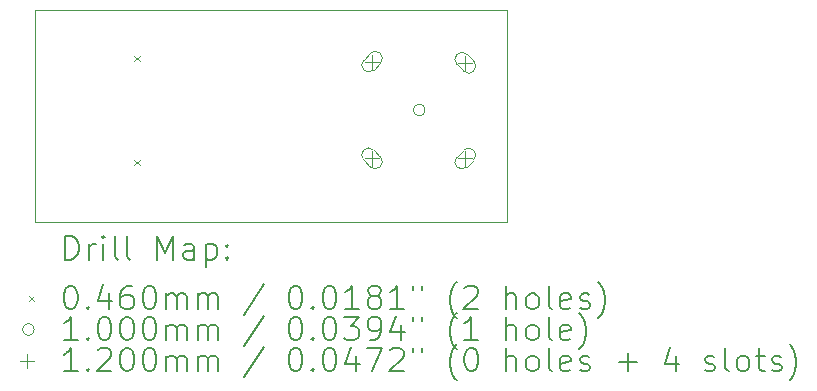
<source format=gbr>
%TF.GenerationSoftware,KiCad,Pcbnew,8.0.3*%
%TF.CreationDate,2024-07-19T13:19:13+02:00*%
%TF.ProjectId,Konwerter_impendancji.kicad_3_pcb,4b6f6e77-6572-4746-9572-5f696d70656e,rev?*%
%TF.SameCoordinates,Original*%
%TF.FileFunction,Drillmap*%
%TF.FilePolarity,Positive*%
%FSLAX45Y45*%
G04 Gerber Fmt 4.5, Leading zero omitted, Abs format (unit mm)*
G04 Created by KiCad (PCBNEW 8.0.3) date 2024-07-19 13:19:13*
%MOMM*%
%LPD*%
G01*
G04 APERTURE LIST*
%ADD10C,0.100000*%
%ADD11C,0.200000*%
%ADD12C,0.120000*%
G04 APERTURE END LIST*
D10*
X10194000Y-9627000D02*
X14194000Y-9627000D01*
X14194000Y-11427000D01*
X10194000Y-11427000D01*
X10194000Y-9627000D01*
D11*
D10*
X11037000Y-10020750D02*
X11083000Y-10066750D01*
X11083000Y-10020750D02*
X11037000Y-10066750D01*
X11037000Y-10896750D02*
X11083000Y-10942750D01*
X11083000Y-10896750D02*
X11037000Y-10942750D01*
X13498000Y-10477750D02*
G75*
G02*
X13398000Y-10477750I-50000J0D01*
G01*
X13398000Y-10477750D02*
G75*
G02*
X13498000Y-10477750I50000J0D01*
G01*
D12*
X13048000Y-10007750D02*
X13048000Y-10127750D01*
X12988000Y-10067750D02*
X13108000Y-10067750D01*
D10*
X13033858Y-9997039D02*
X12977289Y-10053608D01*
X13062142Y-10138461D02*
G75*
G02*
X12977289Y-10053608I-42426J42426D01*
G01*
X13062142Y-10138461D02*
X13118711Y-10081892D01*
X13118711Y-10081892D02*
G75*
G03*
X13033858Y-9997039I-42426J42426D01*
G01*
D12*
X13048000Y-10827750D02*
X13048000Y-10947750D01*
X12988000Y-10887750D02*
X13108000Y-10887750D01*
D10*
X12977289Y-10901892D02*
X13033858Y-10958461D01*
X13118711Y-10873608D02*
G75*
G02*
X13033858Y-10958461I-42426J-42426D01*
G01*
X13118711Y-10873608D02*
X13062142Y-10817039D01*
X13062142Y-10817039D02*
G75*
G03*
X12977289Y-10901892I-42426J-42426D01*
G01*
D12*
X13838000Y-10017750D02*
X13838000Y-10137750D01*
X13778000Y-10077750D02*
X13898000Y-10077750D01*
D10*
X13767289Y-10091892D02*
X13823858Y-10148461D01*
X13908711Y-10063608D02*
G75*
G02*
X13823858Y-10148461I-42426J-42426D01*
G01*
X13908711Y-10063608D02*
X13852142Y-10007039D01*
X13852142Y-10007039D02*
G75*
G03*
X13767289Y-10091892I-42426J-42426D01*
G01*
D12*
X13838000Y-10827750D02*
X13838000Y-10947750D01*
X13778000Y-10887750D02*
X13898000Y-10887750D01*
D10*
X13823858Y-10817039D02*
X13767289Y-10873608D01*
X13852142Y-10958461D02*
G75*
G02*
X13767289Y-10873608I-42426J42426D01*
G01*
X13852142Y-10958461D02*
X13908711Y-10901892D01*
X13908711Y-10901892D02*
G75*
G03*
X13823858Y-10817039I-42426J42426D01*
G01*
D11*
X10449777Y-11743484D02*
X10449777Y-11543484D01*
X10449777Y-11543484D02*
X10497396Y-11543484D01*
X10497396Y-11543484D02*
X10525967Y-11553008D01*
X10525967Y-11553008D02*
X10545015Y-11572055D01*
X10545015Y-11572055D02*
X10554539Y-11591103D01*
X10554539Y-11591103D02*
X10564063Y-11629198D01*
X10564063Y-11629198D02*
X10564063Y-11657769D01*
X10564063Y-11657769D02*
X10554539Y-11695865D01*
X10554539Y-11695865D02*
X10545015Y-11714912D01*
X10545015Y-11714912D02*
X10525967Y-11733960D01*
X10525967Y-11733960D02*
X10497396Y-11743484D01*
X10497396Y-11743484D02*
X10449777Y-11743484D01*
X10649777Y-11743484D02*
X10649777Y-11610150D01*
X10649777Y-11648246D02*
X10659301Y-11629198D01*
X10659301Y-11629198D02*
X10668824Y-11619674D01*
X10668824Y-11619674D02*
X10687872Y-11610150D01*
X10687872Y-11610150D02*
X10706920Y-11610150D01*
X10773586Y-11743484D02*
X10773586Y-11610150D01*
X10773586Y-11543484D02*
X10764063Y-11553008D01*
X10764063Y-11553008D02*
X10773586Y-11562531D01*
X10773586Y-11562531D02*
X10783110Y-11553008D01*
X10783110Y-11553008D02*
X10773586Y-11543484D01*
X10773586Y-11543484D02*
X10773586Y-11562531D01*
X10897396Y-11743484D02*
X10878348Y-11733960D01*
X10878348Y-11733960D02*
X10868824Y-11714912D01*
X10868824Y-11714912D02*
X10868824Y-11543484D01*
X11002158Y-11743484D02*
X10983110Y-11733960D01*
X10983110Y-11733960D02*
X10973586Y-11714912D01*
X10973586Y-11714912D02*
X10973586Y-11543484D01*
X11230729Y-11743484D02*
X11230729Y-11543484D01*
X11230729Y-11543484D02*
X11297396Y-11686341D01*
X11297396Y-11686341D02*
X11364062Y-11543484D01*
X11364062Y-11543484D02*
X11364062Y-11743484D01*
X11545015Y-11743484D02*
X11545015Y-11638722D01*
X11545015Y-11638722D02*
X11535491Y-11619674D01*
X11535491Y-11619674D02*
X11516443Y-11610150D01*
X11516443Y-11610150D02*
X11478348Y-11610150D01*
X11478348Y-11610150D02*
X11459301Y-11619674D01*
X11545015Y-11733960D02*
X11525967Y-11743484D01*
X11525967Y-11743484D02*
X11478348Y-11743484D01*
X11478348Y-11743484D02*
X11459301Y-11733960D01*
X11459301Y-11733960D02*
X11449777Y-11714912D01*
X11449777Y-11714912D02*
X11449777Y-11695865D01*
X11449777Y-11695865D02*
X11459301Y-11676817D01*
X11459301Y-11676817D02*
X11478348Y-11667293D01*
X11478348Y-11667293D02*
X11525967Y-11667293D01*
X11525967Y-11667293D02*
X11545015Y-11657769D01*
X11640253Y-11610150D02*
X11640253Y-11810150D01*
X11640253Y-11619674D02*
X11659301Y-11610150D01*
X11659301Y-11610150D02*
X11697396Y-11610150D01*
X11697396Y-11610150D02*
X11716443Y-11619674D01*
X11716443Y-11619674D02*
X11725967Y-11629198D01*
X11725967Y-11629198D02*
X11735491Y-11648246D01*
X11735491Y-11648246D02*
X11735491Y-11705388D01*
X11735491Y-11705388D02*
X11725967Y-11724436D01*
X11725967Y-11724436D02*
X11716443Y-11733960D01*
X11716443Y-11733960D02*
X11697396Y-11743484D01*
X11697396Y-11743484D02*
X11659301Y-11743484D01*
X11659301Y-11743484D02*
X11640253Y-11733960D01*
X11821205Y-11724436D02*
X11830729Y-11733960D01*
X11830729Y-11733960D02*
X11821205Y-11743484D01*
X11821205Y-11743484D02*
X11811682Y-11733960D01*
X11811682Y-11733960D02*
X11821205Y-11724436D01*
X11821205Y-11724436D02*
X11821205Y-11743484D01*
X11821205Y-11619674D02*
X11830729Y-11629198D01*
X11830729Y-11629198D02*
X11821205Y-11638722D01*
X11821205Y-11638722D02*
X11811682Y-11629198D01*
X11811682Y-11629198D02*
X11821205Y-11619674D01*
X11821205Y-11619674D02*
X11821205Y-11638722D01*
D10*
X10143000Y-12049000D02*
X10189000Y-12095000D01*
X10189000Y-12049000D02*
X10143000Y-12095000D01*
D11*
X10487872Y-11963484D02*
X10506920Y-11963484D01*
X10506920Y-11963484D02*
X10525967Y-11973008D01*
X10525967Y-11973008D02*
X10535491Y-11982531D01*
X10535491Y-11982531D02*
X10545015Y-12001579D01*
X10545015Y-12001579D02*
X10554539Y-12039674D01*
X10554539Y-12039674D02*
X10554539Y-12087293D01*
X10554539Y-12087293D02*
X10545015Y-12125388D01*
X10545015Y-12125388D02*
X10535491Y-12144436D01*
X10535491Y-12144436D02*
X10525967Y-12153960D01*
X10525967Y-12153960D02*
X10506920Y-12163484D01*
X10506920Y-12163484D02*
X10487872Y-12163484D01*
X10487872Y-12163484D02*
X10468824Y-12153960D01*
X10468824Y-12153960D02*
X10459301Y-12144436D01*
X10459301Y-12144436D02*
X10449777Y-12125388D01*
X10449777Y-12125388D02*
X10440253Y-12087293D01*
X10440253Y-12087293D02*
X10440253Y-12039674D01*
X10440253Y-12039674D02*
X10449777Y-12001579D01*
X10449777Y-12001579D02*
X10459301Y-11982531D01*
X10459301Y-11982531D02*
X10468824Y-11973008D01*
X10468824Y-11973008D02*
X10487872Y-11963484D01*
X10640253Y-12144436D02*
X10649777Y-12153960D01*
X10649777Y-12153960D02*
X10640253Y-12163484D01*
X10640253Y-12163484D02*
X10630729Y-12153960D01*
X10630729Y-12153960D02*
X10640253Y-12144436D01*
X10640253Y-12144436D02*
X10640253Y-12163484D01*
X10821205Y-12030150D02*
X10821205Y-12163484D01*
X10773586Y-11953960D02*
X10725967Y-12096817D01*
X10725967Y-12096817D02*
X10849777Y-12096817D01*
X11011682Y-11963484D02*
X10973586Y-11963484D01*
X10973586Y-11963484D02*
X10954539Y-11973008D01*
X10954539Y-11973008D02*
X10945015Y-11982531D01*
X10945015Y-11982531D02*
X10925967Y-12011103D01*
X10925967Y-12011103D02*
X10916444Y-12049198D01*
X10916444Y-12049198D02*
X10916444Y-12125388D01*
X10916444Y-12125388D02*
X10925967Y-12144436D01*
X10925967Y-12144436D02*
X10935491Y-12153960D01*
X10935491Y-12153960D02*
X10954539Y-12163484D01*
X10954539Y-12163484D02*
X10992634Y-12163484D01*
X10992634Y-12163484D02*
X11011682Y-12153960D01*
X11011682Y-12153960D02*
X11021205Y-12144436D01*
X11021205Y-12144436D02*
X11030729Y-12125388D01*
X11030729Y-12125388D02*
X11030729Y-12077769D01*
X11030729Y-12077769D02*
X11021205Y-12058722D01*
X11021205Y-12058722D02*
X11011682Y-12049198D01*
X11011682Y-12049198D02*
X10992634Y-12039674D01*
X10992634Y-12039674D02*
X10954539Y-12039674D01*
X10954539Y-12039674D02*
X10935491Y-12049198D01*
X10935491Y-12049198D02*
X10925967Y-12058722D01*
X10925967Y-12058722D02*
X10916444Y-12077769D01*
X11154539Y-11963484D02*
X11173586Y-11963484D01*
X11173586Y-11963484D02*
X11192634Y-11973008D01*
X11192634Y-11973008D02*
X11202158Y-11982531D01*
X11202158Y-11982531D02*
X11211682Y-12001579D01*
X11211682Y-12001579D02*
X11221205Y-12039674D01*
X11221205Y-12039674D02*
X11221205Y-12087293D01*
X11221205Y-12087293D02*
X11211682Y-12125388D01*
X11211682Y-12125388D02*
X11202158Y-12144436D01*
X11202158Y-12144436D02*
X11192634Y-12153960D01*
X11192634Y-12153960D02*
X11173586Y-12163484D01*
X11173586Y-12163484D02*
X11154539Y-12163484D01*
X11154539Y-12163484D02*
X11135491Y-12153960D01*
X11135491Y-12153960D02*
X11125967Y-12144436D01*
X11125967Y-12144436D02*
X11116444Y-12125388D01*
X11116444Y-12125388D02*
X11106920Y-12087293D01*
X11106920Y-12087293D02*
X11106920Y-12039674D01*
X11106920Y-12039674D02*
X11116444Y-12001579D01*
X11116444Y-12001579D02*
X11125967Y-11982531D01*
X11125967Y-11982531D02*
X11135491Y-11973008D01*
X11135491Y-11973008D02*
X11154539Y-11963484D01*
X11306920Y-12163484D02*
X11306920Y-12030150D01*
X11306920Y-12049198D02*
X11316443Y-12039674D01*
X11316443Y-12039674D02*
X11335491Y-12030150D01*
X11335491Y-12030150D02*
X11364063Y-12030150D01*
X11364063Y-12030150D02*
X11383110Y-12039674D01*
X11383110Y-12039674D02*
X11392634Y-12058722D01*
X11392634Y-12058722D02*
X11392634Y-12163484D01*
X11392634Y-12058722D02*
X11402158Y-12039674D01*
X11402158Y-12039674D02*
X11421205Y-12030150D01*
X11421205Y-12030150D02*
X11449777Y-12030150D01*
X11449777Y-12030150D02*
X11468824Y-12039674D01*
X11468824Y-12039674D02*
X11478348Y-12058722D01*
X11478348Y-12058722D02*
X11478348Y-12163484D01*
X11573586Y-12163484D02*
X11573586Y-12030150D01*
X11573586Y-12049198D02*
X11583110Y-12039674D01*
X11583110Y-12039674D02*
X11602158Y-12030150D01*
X11602158Y-12030150D02*
X11630729Y-12030150D01*
X11630729Y-12030150D02*
X11649777Y-12039674D01*
X11649777Y-12039674D02*
X11659301Y-12058722D01*
X11659301Y-12058722D02*
X11659301Y-12163484D01*
X11659301Y-12058722D02*
X11668824Y-12039674D01*
X11668824Y-12039674D02*
X11687872Y-12030150D01*
X11687872Y-12030150D02*
X11716443Y-12030150D01*
X11716443Y-12030150D02*
X11735491Y-12039674D01*
X11735491Y-12039674D02*
X11745015Y-12058722D01*
X11745015Y-12058722D02*
X11745015Y-12163484D01*
X12135491Y-11953960D02*
X11964063Y-12211103D01*
X12392634Y-11963484D02*
X12411682Y-11963484D01*
X12411682Y-11963484D02*
X12430729Y-11973008D01*
X12430729Y-11973008D02*
X12440253Y-11982531D01*
X12440253Y-11982531D02*
X12449777Y-12001579D01*
X12449777Y-12001579D02*
X12459301Y-12039674D01*
X12459301Y-12039674D02*
X12459301Y-12087293D01*
X12459301Y-12087293D02*
X12449777Y-12125388D01*
X12449777Y-12125388D02*
X12440253Y-12144436D01*
X12440253Y-12144436D02*
X12430729Y-12153960D01*
X12430729Y-12153960D02*
X12411682Y-12163484D01*
X12411682Y-12163484D02*
X12392634Y-12163484D01*
X12392634Y-12163484D02*
X12373586Y-12153960D01*
X12373586Y-12153960D02*
X12364063Y-12144436D01*
X12364063Y-12144436D02*
X12354539Y-12125388D01*
X12354539Y-12125388D02*
X12345015Y-12087293D01*
X12345015Y-12087293D02*
X12345015Y-12039674D01*
X12345015Y-12039674D02*
X12354539Y-12001579D01*
X12354539Y-12001579D02*
X12364063Y-11982531D01*
X12364063Y-11982531D02*
X12373586Y-11973008D01*
X12373586Y-11973008D02*
X12392634Y-11963484D01*
X12545015Y-12144436D02*
X12554539Y-12153960D01*
X12554539Y-12153960D02*
X12545015Y-12163484D01*
X12545015Y-12163484D02*
X12535491Y-12153960D01*
X12535491Y-12153960D02*
X12545015Y-12144436D01*
X12545015Y-12144436D02*
X12545015Y-12163484D01*
X12678348Y-11963484D02*
X12697396Y-11963484D01*
X12697396Y-11963484D02*
X12716444Y-11973008D01*
X12716444Y-11973008D02*
X12725967Y-11982531D01*
X12725967Y-11982531D02*
X12735491Y-12001579D01*
X12735491Y-12001579D02*
X12745015Y-12039674D01*
X12745015Y-12039674D02*
X12745015Y-12087293D01*
X12745015Y-12087293D02*
X12735491Y-12125388D01*
X12735491Y-12125388D02*
X12725967Y-12144436D01*
X12725967Y-12144436D02*
X12716444Y-12153960D01*
X12716444Y-12153960D02*
X12697396Y-12163484D01*
X12697396Y-12163484D02*
X12678348Y-12163484D01*
X12678348Y-12163484D02*
X12659301Y-12153960D01*
X12659301Y-12153960D02*
X12649777Y-12144436D01*
X12649777Y-12144436D02*
X12640253Y-12125388D01*
X12640253Y-12125388D02*
X12630729Y-12087293D01*
X12630729Y-12087293D02*
X12630729Y-12039674D01*
X12630729Y-12039674D02*
X12640253Y-12001579D01*
X12640253Y-12001579D02*
X12649777Y-11982531D01*
X12649777Y-11982531D02*
X12659301Y-11973008D01*
X12659301Y-11973008D02*
X12678348Y-11963484D01*
X12935491Y-12163484D02*
X12821206Y-12163484D01*
X12878348Y-12163484D02*
X12878348Y-11963484D01*
X12878348Y-11963484D02*
X12859301Y-11992055D01*
X12859301Y-11992055D02*
X12840253Y-12011103D01*
X12840253Y-12011103D02*
X12821206Y-12020627D01*
X13049777Y-12049198D02*
X13030729Y-12039674D01*
X13030729Y-12039674D02*
X13021206Y-12030150D01*
X13021206Y-12030150D02*
X13011682Y-12011103D01*
X13011682Y-12011103D02*
X13011682Y-12001579D01*
X13011682Y-12001579D02*
X13021206Y-11982531D01*
X13021206Y-11982531D02*
X13030729Y-11973008D01*
X13030729Y-11973008D02*
X13049777Y-11963484D01*
X13049777Y-11963484D02*
X13087872Y-11963484D01*
X13087872Y-11963484D02*
X13106920Y-11973008D01*
X13106920Y-11973008D02*
X13116444Y-11982531D01*
X13116444Y-11982531D02*
X13125967Y-12001579D01*
X13125967Y-12001579D02*
X13125967Y-12011103D01*
X13125967Y-12011103D02*
X13116444Y-12030150D01*
X13116444Y-12030150D02*
X13106920Y-12039674D01*
X13106920Y-12039674D02*
X13087872Y-12049198D01*
X13087872Y-12049198D02*
X13049777Y-12049198D01*
X13049777Y-12049198D02*
X13030729Y-12058722D01*
X13030729Y-12058722D02*
X13021206Y-12068246D01*
X13021206Y-12068246D02*
X13011682Y-12087293D01*
X13011682Y-12087293D02*
X13011682Y-12125388D01*
X13011682Y-12125388D02*
X13021206Y-12144436D01*
X13021206Y-12144436D02*
X13030729Y-12153960D01*
X13030729Y-12153960D02*
X13049777Y-12163484D01*
X13049777Y-12163484D02*
X13087872Y-12163484D01*
X13087872Y-12163484D02*
X13106920Y-12153960D01*
X13106920Y-12153960D02*
X13116444Y-12144436D01*
X13116444Y-12144436D02*
X13125967Y-12125388D01*
X13125967Y-12125388D02*
X13125967Y-12087293D01*
X13125967Y-12087293D02*
X13116444Y-12068246D01*
X13116444Y-12068246D02*
X13106920Y-12058722D01*
X13106920Y-12058722D02*
X13087872Y-12049198D01*
X13316444Y-12163484D02*
X13202158Y-12163484D01*
X13259301Y-12163484D02*
X13259301Y-11963484D01*
X13259301Y-11963484D02*
X13240253Y-11992055D01*
X13240253Y-11992055D02*
X13221206Y-12011103D01*
X13221206Y-12011103D02*
X13202158Y-12020627D01*
X13392634Y-11963484D02*
X13392634Y-12001579D01*
X13468825Y-11963484D02*
X13468825Y-12001579D01*
X13764063Y-12239674D02*
X13754539Y-12230150D01*
X13754539Y-12230150D02*
X13735491Y-12201579D01*
X13735491Y-12201579D02*
X13725968Y-12182531D01*
X13725968Y-12182531D02*
X13716444Y-12153960D01*
X13716444Y-12153960D02*
X13706920Y-12106341D01*
X13706920Y-12106341D02*
X13706920Y-12068246D01*
X13706920Y-12068246D02*
X13716444Y-12020627D01*
X13716444Y-12020627D02*
X13725968Y-11992055D01*
X13725968Y-11992055D02*
X13735491Y-11973008D01*
X13735491Y-11973008D02*
X13754539Y-11944436D01*
X13754539Y-11944436D02*
X13764063Y-11934912D01*
X13830729Y-11982531D02*
X13840253Y-11973008D01*
X13840253Y-11973008D02*
X13859301Y-11963484D01*
X13859301Y-11963484D02*
X13906920Y-11963484D01*
X13906920Y-11963484D02*
X13925968Y-11973008D01*
X13925968Y-11973008D02*
X13935491Y-11982531D01*
X13935491Y-11982531D02*
X13945015Y-12001579D01*
X13945015Y-12001579D02*
X13945015Y-12020627D01*
X13945015Y-12020627D02*
X13935491Y-12049198D01*
X13935491Y-12049198D02*
X13821206Y-12163484D01*
X13821206Y-12163484D02*
X13945015Y-12163484D01*
X14183110Y-12163484D02*
X14183110Y-11963484D01*
X14268825Y-12163484D02*
X14268825Y-12058722D01*
X14268825Y-12058722D02*
X14259301Y-12039674D01*
X14259301Y-12039674D02*
X14240253Y-12030150D01*
X14240253Y-12030150D02*
X14211682Y-12030150D01*
X14211682Y-12030150D02*
X14192634Y-12039674D01*
X14192634Y-12039674D02*
X14183110Y-12049198D01*
X14392634Y-12163484D02*
X14373587Y-12153960D01*
X14373587Y-12153960D02*
X14364063Y-12144436D01*
X14364063Y-12144436D02*
X14354539Y-12125388D01*
X14354539Y-12125388D02*
X14354539Y-12068246D01*
X14354539Y-12068246D02*
X14364063Y-12049198D01*
X14364063Y-12049198D02*
X14373587Y-12039674D01*
X14373587Y-12039674D02*
X14392634Y-12030150D01*
X14392634Y-12030150D02*
X14421206Y-12030150D01*
X14421206Y-12030150D02*
X14440253Y-12039674D01*
X14440253Y-12039674D02*
X14449777Y-12049198D01*
X14449777Y-12049198D02*
X14459301Y-12068246D01*
X14459301Y-12068246D02*
X14459301Y-12125388D01*
X14459301Y-12125388D02*
X14449777Y-12144436D01*
X14449777Y-12144436D02*
X14440253Y-12153960D01*
X14440253Y-12153960D02*
X14421206Y-12163484D01*
X14421206Y-12163484D02*
X14392634Y-12163484D01*
X14573587Y-12163484D02*
X14554539Y-12153960D01*
X14554539Y-12153960D02*
X14545015Y-12134912D01*
X14545015Y-12134912D02*
X14545015Y-11963484D01*
X14725968Y-12153960D02*
X14706920Y-12163484D01*
X14706920Y-12163484D02*
X14668825Y-12163484D01*
X14668825Y-12163484D02*
X14649777Y-12153960D01*
X14649777Y-12153960D02*
X14640253Y-12134912D01*
X14640253Y-12134912D02*
X14640253Y-12058722D01*
X14640253Y-12058722D02*
X14649777Y-12039674D01*
X14649777Y-12039674D02*
X14668825Y-12030150D01*
X14668825Y-12030150D02*
X14706920Y-12030150D01*
X14706920Y-12030150D02*
X14725968Y-12039674D01*
X14725968Y-12039674D02*
X14735491Y-12058722D01*
X14735491Y-12058722D02*
X14735491Y-12077769D01*
X14735491Y-12077769D02*
X14640253Y-12096817D01*
X14811682Y-12153960D02*
X14830730Y-12163484D01*
X14830730Y-12163484D02*
X14868825Y-12163484D01*
X14868825Y-12163484D02*
X14887872Y-12153960D01*
X14887872Y-12153960D02*
X14897396Y-12134912D01*
X14897396Y-12134912D02*
X14897396Y-12125388D01*
X14897396Y-12125388D02*
X14887872Y-12106341D01*
X14887872Y-12106341D02*
X14868825Y-12096817D01*
X14868825Y-12096817D02*
X14840253Y-12096817D01*
X14840253Y-12096817D02*
X14821206Y-12087293D01*
X14821206Y-12087293D02*
X14811682Y-12068246D01*
X14811682Y-12068246D02*
X14811682Y-12058722D01*
X14811682Y-12058722D02*
X14821206Y-12039674D01*
X14821206Y-12039674D02*
X14840253Y-12030150D01*
X14840253Y-12030150D02*
X14868825Y-12030150D01*
X14868825Y-12030150D02*
X14887872Y-12039674D01*
X14964063Y-12239674D02*
X14973587Y-12230150D01*
X14973587Y-12230150D02*
X14992634Y-12201579D01*
X14992634Y-12201579D02*
X15002158Y-12182531D01*
X15002158Y-12182531D02*
X15011682Y-12153960D01*
X15011682Y-12153960D02*
X15021206Y-12106341D01*
X15021206Y-12106341D02*
X15021206Y-12068246D01*
X15021206Y-12068246D02*
X15011682Y-12020627D01*
X15011682Y-12020627D02*
X15002158Y-11992055D01*
X15002158Y-11992055D02*
X14992634Y-11973008D01*
X14992634Y-11973008D02*
X14973587Y-11944436D01*
X14973587Y-11944436D02*
X14964063Y-11934912D01*
D10*
X10189000Y-12336000D02*
G75*
G02*
X10089000Y-12336000I-50000J0D01*
G01*
X10089000Y-12336000D02*
G75*
G02*
X10189000Y-12336000I50000J0D01*
G01*
D11*
X10554539Y-12427484D02*
X10440253Y-12427484D01*
X10497396Y-12427484D02*
X10497396Y-12227484D01*
X10497396Y-12227484D02*
X10478348Y-12256055D01*
X10478348Y-12256055D02*
X10459301Y-12275103D01*
X10459301Y-12275103D02*
X10440253Y-12284627D01*
X10640253Y-12408436D02*
X10649777Y-12417960D01*
X10649777Y-12417960D02*
X10640253Y-12427484D01*
X10640253Y-12427484D02*
X10630729Y-12417960D01*
X10630729Y-12417960D02*
X10640253Y-12408436D01*
X10640253Y-12408436D02*
X10640253Y-12427484D01*
X10773586Y-12227484D02*
X10792634Y-12227484D01*
X10792634Y-12227484D02*
X10811682Y-12237008D01*
X10811682Y-12237008D02*
X10821205Y-12246531D01*
X10821205Y-12246531D02*
X10830729Y-12265579D01*
X10830729Y-12265579D02*
X10840253Y-12303674D01*
X10840253Y-12303674D02*
X10840253Y-12351293D01*
X10840253Y-12351293D02*
X10830729Y-12389388D01*
X10830729Y-12389388D02*
X10821205Y-12408436D01*
X10821205Y-12408436D02*
X10811682Y-12417960D01*
X10811682Y-12417960D02*
X10792634Y-12427484D01*
X10792634Y-12427484D02*
X10773586Y-12427484D01*
X10773586Y-12427484D02*
X10754539Y-12417960D01*
X10754539Y-12417960D02*
X10745015Y-12408436D01*
X10745015Y-12408436D02*
X10735491Y-12389388D01*
X10735491Y-12389388D02*
X10725967Y-12351293D01*
X10725967Y-12351293D02*
X10725967Y-12303674D01*
X10725967Y-12303674D02*
X10735491Y-12265579D01*
X10735491Y-12265579D02*
X10745015Y-12246531D01*
X10745015Y-12246531D02*
X10754539Y-12237008D01*
X10754539Y-12237008D02*
X10773586Y-12227484D01*
X10964063Y-12227484D02*
X10983110Y-12227484D01*
X10983110Y-12227484D02*
X11002158Y-12237008D01*
X11002158Y-12237008D02*
X11011682Y-12246531D01*
X11011682Y-12246531D02*
X11021205Y-12265579D01*
X11021205Y-12265579D02*
X11030729Y-12303674D01*
X11030729Y-12303674D02*
X11030729Y-12351293D01*
X11030729Y-12351293D02*
X11021205Y-12389388D01*
X11021205Y-12389388D02*
X11011682Y-12408436D01*
X11011682Y-12408436D02*
X11002158Y-12417960D01*
X11002158Y-12417960D02*
X10983110Y-12427484D01*
X10983110Y-12427484D02*
X10964063Y-12427484D01*
X10964063Y-12427484D02*
X10945015Y-12417960D01*
X10945015Y-12417960D02*
X10935491Y-12408436D01*
X10935491Y-12408436D02*
X10925967Y-12389388D01*
X10925967Y-12389388D02*
X10916444Y-12351293D01*
X10916444Y-12351293D02*
X10916444Y-12303674D01*
X10916444Y-12303674D02*
X10925967Y-12265579D01*
X10925967Y-12265579D02*
X10935491Y-12246531D01*
X10935491Y-12246531D02*
X10945015Y-12237008D01*
X10945015Y-12237008D02*
X10964063Y-12227484D01*
X11154539Y-12227484D02*
X11173586Y-12227484D01*
X11173586Y-12227484D02*
X11192634Y-12237008D01*
X11192634Y-12237008D02*
X11202158Y-12246531D01*
X11202158Y-12246531D02*
X11211682Y-12265579D01*
X11211682Y-12265579D02*
X11221205Y-12303674D01*
X11221205Y-12303674D02*
X11221205Y-12351293D01*
X11221205Y-12351293D02*
X11211682Y-12389388D01*
X11211682Y-12389388D02*
X11202158Y-12408436D01*
X11202158Y-12408436D02*
X11192634Y-12417960D01*
X11192634Y-12417960D02*
X11173586Y-12427484D01*
X11173586Y-12427484D02*
X11154539Y-12427484D01*
X11154539Y-12427484D02*
X11135491Y-12417960D01*
X11135491Y-12417960D02*
X11125967Y-12408436D01*
X11125967Y-12408436D02*
X11116444Y-12389388D01*
X11116444Y-12389388D02*
X11106920Y-12351293D01*
X11106920Y-12351293D02*
X11106920Y-12303674D01*
X11106920Y-12303674D02*
X11116444Y-12265579D01*
X11116444Y-12265579D02*
X11125967Y-12246531D01*
X11125967Y-12246531D02*
X11135491Y-12237008D01*
X11135491Y-12237008D02*
X11154539Y-12227484D01*
X11306920Y-12427484D02*
X11306920Y-12294150D01*
X11306920Y-12313198D02*
X11316443Y-12303674D01*
X11316443Y-12303674D02*
X11335491Y-12294150D01*
X11335491Y-12294150D02*
X11364063Y-12294150D01*
X11364063Y-12294150D02*
X11383110Y-12303674D01*
X11383110Y-12303674D02*
X11392634Y-12322722D01*
X11392634Y-12322722D02*
X11392634Y-12427484D01*
X11392634Y-12322722D02*
X11402158Y-12303674D01*
X11402158Y-12303674D02*
X11421205Y-12294150D01*
X11421205Y-12294150D02*
X11449777Y-12294150D01*
X11449777Y-12294150D02*
X11468824Y-12303674D01*
X11468824Y-12303674D02*
X11478348Y-12322722D01*
X11478348Y-12322722D02*
X11478348Y-12427484D01*
X11573586Y-12427484D02*
X11573586Y-12294150D01*
X11573586Y-12313198D02*
X11583110Y-12303674D01*
X11583110Y-12303674D02*
X11602158Y-12294150D01*
X11602158Y-12294150D02*
X11630729Y-12294150D01*
X11630729Y-12294150D02*
X11649777Y-12303674D01*
X11649777Y-12303674D02*
X11659301Y-12322722D01*
X11659301Y-12322722D02*
X11659301Y-12427484D01*
X11659301Y-12322722D02*
X11668824Y-12303674D01*
X11668824Y-12303674D02*
X11687872Y-12294150D01*
X11687872Y-12294150D02*
X11716443Y-12294150D01*
X11716443Y-12294150D02*
X11735491Y-12303674D01*
X11735491Y-12303674D02*
X11745015Y-12322722D01*
X11745015Y-12322722D02*
X11745015Y-12427484D01*
X12135491Y-12217960D02*
X11964063Y-12475103D01*
X12392634Y-12227484D02*
X12411682Y-12227484D01*
X12411682Y-12227484D02*
X12430729Y-12237008D01*
X12430729Y-12237008D02*
X12440253Y-12246531D01*
X12440253Y-12246531D02*
X12449777Y-12265579D01*
X12449777Y-12265579D02*
X12459301Y-12303674D01*
X12459301Y-12303674D02*
X12459301Y-12351293D01*
X12459301Y-12351293D02*
X12449777Y-12389388D01*
X12449777Y-12389388D02*
X12440253Y-12408436D01*
X12440253Y-12408436D02*
X12430729Y-12417960D01*
X12430729Y-12417960D02*
X12411682Y-12427484D01*
X12411682Y-12427484D02*
X12392634Y-12427484D01*
X12392634Y-12427484D02*
X12373586Y-12417960D01*
X12373586Y-12417960D02*
X12364063Y-12408436D01*
X12364063Y-12408436D02*
X12354539Y-12389388D01*
X12354539Y-12389388D02*
X12345015Y-12351293D01*
X12345015Y-12351293D02*
X12345015Y-12303674D01*
X12345015Y-12303674D02*
X12354539Y-12265579D01*
X12354539Y-12265579D02*
X12364063Y-12246531D01*
X12364063Y-12246531D02*
X12373586Y-12237008D01*
X12373586Y-12237008D02*
X12392634Y-12227484D01*
X12545015Y-12408436D02*
X12554539Y-12417960D01*
X12554539Y-12417960D02*
X12545015Y-12427484D01*
X12545015Y-12427484D02*
X12535491Y-12417960D01*
X12535491Y-12417960D02*
X12545015Y-12408436D01*
X12545015Y-12408436D02*
X12545015Y-12427484D01*
X12678348Y-12227484D02*
X12697396Y-12227484D01*
X12697396Y-12227484D02*
X12716444Y-12237008D01*
X12716444Y-12237008D02*
X12725967Y-12246531D01*
X12725967Y-12246531D02*
X12735491Y-12265579D01*
X12735491Y-12265579D02*
X12745015Y-12303674D01*
X12745015Y-12303674D02*
X12745015Y-12351293D01*
X12745015Y-12351293D02*
X12735491Y-12389388D01*
X12735491Y-12389388D02*
X12725967Y-12408436D01*
X12725967Y-12408436D02*
X12716444Y-12417960D01*
X12716444Y-12417960D02*
X12697396Y-12427484D01*
X12697396Y-12427484D02*
X12678348Y-12427484D01*
X12678348Y-12427484D02*
X12659301Y-12417960D01*
X12659301Y-12417960D02*
X12649777Y-12408436D01*
X12649777Y-12408436D02*
X12640253Y-12389388D01*
X12640253Y-12389388D02*
X12630729Y-12351293D01*
X12630729Y-12351293D02*
X12630729Y-12303674D01*
X12630729Y-12303674D02*
X12640253Y-12265579D01*
X12640253Y-12265579D02*
X12649777Y-12246531D01*
X12649777Y-12246531D02*
X12659301Y-12237008D01*
X12659301Y-12237008D02*
X12678348Y-12227484D01*
X12811682Y-12227484D02*
X12935491Y-12227484D01*
X12935491Y-12227484D02*
X12868825Y-12303674D01*
X12868825Y-12303674D02*
X12897396Y-12303674D01*
X12897396Y-12303674D02*
X12916444Y-12313198D01*
X12916444Y-12313198D02*
X12925967Y-12322722D01*
X12925967Y-12322722D02*
X12935491Y-12341769D01*
X12935491Y-12341769D02*
X12935491Y-12389388D01*
X12935491Y-12389388D02*
X12925967Y-12408436D01*
X12925967Y-12408436D02*
X12916444Y-12417960D01*
X12916444Y-12417960D02*
X12897396Y-12427484D01*
X12897396Y-12427484D02*
X12840253Y-12427484D01*
X12840253Y-12427484D02*
X12821206Y-12417960D01*
X12821206Y-12417960D02*
X12811682Y-12408436D01*
X13030729Y-12427484D02*
X13068825Y-12427484D01*
X13068825Y-12427484D02*
X13087872Y-12417960D01*
X13087872Y-12417960D02*
X13097396Y-12408436D01*
X13097396Y-12408436D02*
X13116444Y-12379865D01*
X13116444Y-12379865D02*
X13125967Y-12341769D01*
X13125967Y-12341769D02*
X13125967Y-12265579D01*
X13125967Y-12265579D02*
X13116444Y-12246531D01*
X13116444Y-12246531D02*
X13106920Y-12237008D01*
X13106920Y-12237008D02*
X13087872Y-12227484D01*
X13087872Y-12227484D02*
X13049777Y-12227484D01*
X13049777Y-12227484D02*
X13030729Y-12237008D01*
X13030729Y-12237008D02*
X13021206Y-12246531D01*
X13021206Y-12246531D02*
X13011682Y-12265579D01*
X13011682Y-12265579D02*
X13011682Y-12313198D01*
X13011682Y-12313198D02*
X13021206Y-12332246D01*
X13021206Y-12332246D02*
X13030729Y-12341769D01*
X13030729Y-12341769D02*
X13049777Y-12351293D01*
X13049777Y-12351293D02*
X13087872Y-12351293D01*
X13087872Y-12351293D02*
X13106920Y-12341769D01*
X13106920Y-12341769D02*
X13116444Y-12332246D01*
X13116444Y-12332246D02*
X13125967Y-12313198D01*
X13297396Y-12294150D02*
X13297396Y-12427484D01*
X13249777Y-12217960D02*
X13202158Y-12360817D01*
X13202158Y-12360817D02*
X13325967Y-12360817D01*
X13392634Y-12227484D02*
X13392634Y-12265579D01*
X13468825Y-12227484D02*
X13468825Y-12265579D01*
X13764063Y-12503674D02*
X13754539Y-12494150D01*
X13754539Y-12494150D02*
X13735491Y-12465579D01*
X13735491Y-12465579D02*
X13725968Y-12446531D01*
X13725968Y-12446531D02*
X13716444Y-12417960D01*
X13716444Y-12417960D02*
X13706920Y-12370341D01*
X13706920Y-12370341D02*
X13706920Y-12332246D01*
X13706920Y-12332246D02*
X13716444Y-12284627D01*
X13716444Y-12284627D02*
X13725968Y-12256055D01*
X13725968Y-12256055D02*
X13735491Y-12237008D01*
X13735491Y-12237008D02*
X13754539Y-12208436D01*
X13754539Y-12208436D02*
X13764063Y-12198912D01*
X13945015Y-12427484D02*
X13830729Y-12427484D01*
X13887872Y-12427484D02*
X13887872Y-12227484D01*
X13887872Y-12227484D02*
X13868825Y-12256055D01*
X13868825Y-12256055D02*
X13849777Y-12275103D01*
X13849777Y-12275103D02*
X13830729Y-12284627D01*
X14183110Y-12427484D02*
X14183110Y-12227484D01*
X14268825Y-12427484D02*
X14268825Y-12322722D01*
X14268825Y-12322722D02*
X14259301Y-12303674D01*
X14259301Y-12303674D02*
X14240253Y-12294150D01*
X14240253Y-12294150D02*
X14211682Y-12294150D01*
X14211682Y-12294150D02*
X14192634Y-12303674D01*
X14192634Y-12303674D02*
X14183110Y-12313198D01*
X14392634Y-12427484D02*
X14373587Y-12417960D01*
X14373587Y-12417960D02*
X14364063Y-12408436D01*
X14364063Y-12408436D02*
X14354539Y-12389388D01*
X14354539Y-12389388D02*
X14354539Y-12332246D01*
X14354539Y-12332246D02*
X14364063Y-12313198D01*
X14364063Y-12313198D02*
X14373587Y-12303674D01*
X14373587Y-12303674D02*
X14392634Y-12294150D01*
X14392634Y-12294150D02*
X14421206Y-12294150D01*
X14421206Y-12294150D02*
X14440253Y-12303674D01*
X14440253Y-12303674D02*
X14449777Y-12313198D01*
X14449777Y-12313198D02*
X14459301Y-12332246D01*
X14459301Y-12332246D02*
X14459301Y-12389388D01*
X14459301Y-12389388D02*
X14449777Y-12408436D01*
X14449777Y-12408436D02*
X14440253Y-12417960D01*
X14440253Y-12417960D02*
X14421206Y-12427484D01*
X14421206Y-12427484D02*
X14392634Y-12427484D01*
X14573587Y-12427484D02*
X14554539Y-12417960D01*
X14554539Y-12417960D02*
X14545015Y-12398912D01*
X14545015Y-12398912D02*
X14545015Y-12227484D01*
X14725968Y-12417960D02*
X14706920Y-12427484D01*
X14706920Y-12427484D02*
X14668825Y-12427484D01*
X14668825Y-12427484D02*
X14649777Y-12417960D01*
X14649777Y-12417960D02*
X14640253Y-12398912D01*
X14640253Y-12398912D02*
X14640253Y-12322722D01*
X14640253Y-12322722D02*
X14649777Y-12303674D01*
X14649777Y-12303674D02*
X14668825Y-12294150D01*
X14668825Y-12294150D02*
X14706920Y-12294150D01*
X14706920Y-12294150D02*
X14725968Y-12303674D01*
X14725968Y-12303674D02*
X14735491Y-12322722D01*
X14735491Y-12322722D02*
X14735491Y-12341769D01*
X14735491Y-12341769D02*
X14640253Y-12360817D01*
X14802158Y-12503674D02*
X14811682Y-12494150D01*
X14811682Y-12494150D02*
X14830730Y-12465579D01*
X14830730Y-12465579D02*
X14840253Y-12446531D01*
X14840253Y-12446531D02*
X14849777Y-12417960D01*
X14849777Y-12417960D02*
X14859301Y-12370341D01*
X14859301Y-12370341D02*
X14859301Y-12332246D01*
X14859301Y-12332246D02*
X14849777Y-12284627D01*
X14849777Y-12284627D02*
X14840253Y-12256055D01*
X14840253Y-12256055D02*
X14830730Y-12237008D01*
X14830730Y-12237008D02*
X14811682Y-12208436D01*
X14811682Y-12208436D02*
X14802158Y-12198912D01*
D12*
X10129000Y-12540000D02*
X10129000Y-12660000D01*
X10069000Y-12600000D02*
X10189000Y-12600000D01*
D11*
X10554539Y-12691484D02*
X10440253Y-12691484D01*
X10497396Y-12691484D02*
X10497396Y-12491484D01*
X10497396Y-12491484D02*
X10478348Y-12520055D01*
X10478348Y-12520055D02*
X10459301Y-12539103D01*
X10459301Y-12539103D02*
X10440253Y-12548627D01*
X10640253Y-12672436D02*
X10649777Y-12681960D01*
X10649777Y-12681960D02*
X10640253Y-12691484D01*
X10640253Y-12691484D02*
X10630729Y-12681960D01*
X10630729Y-12681960D02*
X10640253Y-12672436D01*
X10640253Y-12672436D02*
X10640253Y-12691484D01*
X10725967Y-12510531D02*
X10735491Y-12501008D01*
X10735491Y-12501008D02*
X10754539Y-12491484D01*
X10754539Y-12491484D02*
X10802158Y-12491484D01*
X10802158Y-12491484D02*
X10821205Y-12501008D01*
X10821205Y-12501008D02*
X10830729Y-12510531D01*
X10830729Y-12510531D02*
X10840253Y-12529579D01*
X10840253Y-12529579D02*
X10840253Y-12548627D01*
X10840253Y-12548627D02*
X10830729Y-12577198D01*
X10830729Y-12577198D02*
X10716444Y-12691484D01*
X10716444Y-12691484D02*
X10840253Y-12691484D01*
X10964063Y-12491484D02*
X10983110Y-12491484D01*
X10983110Y-12491484D02*
X11002158Y-12501008D01*
X11002158Y-12501008D02*
X11011682Y-12510531D01*
X11011682Y-12510531D02*
X11021205Y-12529579D01*
X11021205Y-12529579D02*
X11030729Y-12567674D01*
X11030729Y-12567674D02*
X11030729Y-12615293D01*
X11030729Y-12615293D02*
X11021205Y-12653388D01*
X11021205Y-12653388D02*
X11011682Y-12672436D01*
X11011682Y-12672436D02*
X11002158Y-12681960D01*
X11002158Y-12681960D02*
X10983110Y-12691484D01*
X10983110Y-12691484D02*
X10964063Y-12691484D01*
X10964063Y-12691484D02*
X10945015Y-12681960D01*
X10945015Y-12681960D02*
X10935491Y-12672436D01*
X10935491Y-12672436D02*
X10925967Y-12653388D01*
X10925967Y-12653388D02*
X10916444Y-12615293D01*
X10916444Y-12615293D02*
X10916444Y-12567674D01*
X10916444Y-12567674D02*
X10925967Y-12529579D01*
X10925967Y-12529579D02*
X10935491Y-12510531D01*
X10935491Y-12510531D02*
X10945015Y-12501008D01*
X10945015Y-12501008D02*
X10964063Y-12491484D01*
X11154539Y-12491484D02*
X11173586Y-12491484D01*
X11173586Y-12491484D02*
X11192634Y-12501008D01*
X11192634Y-12501008D02*
X11202158Y-12510531D01*
X11202158Y-12510531D02*
X11211682Y-12529579D01*
X11211682Y-12529579D02*
X11221205Y-12567674D01*
X11221205Y-12567674D02*
X11221205Y-12615293D01*
X11221205Y-12615293D02*
X11211682Y-12653388D01*
X11211682Y-12653388D02*
X11202158Y-12672436D01*
X11202158Y-12672436D02*
X11192634Y-12681960D01*
X11192634Y-12681960D02*
X11173586Y-12691484D01*
X11173586Y-12691484D02*
X11154539Y-12691484D01*
X11154539Y-12691484D02*
X11135491Y-12681960D01*
X11135491Y-12681960D02*
X11125967Y-12672436D01*
X11125967Y-12672436D02*
X11116444Y-12653388D01*
X11116444Y-12653388D02*
X11106920Y-12615293D01*
X11106920Y-12615293D02*
X11106920Y-12567674D01*
X11106920Y-12567674D02*
X11116444Y-12529579D01*
X11116444Y-12529579D02*
X11125967Y-12510531D01*
X11125967Y-12510531D02*
X11135491Y-12501008D01*
X11135491Y-12501008D02*
X11154539Y-12491484D01*
X11306920Y-12691484D02*
X11306920Y-12558150D01*
X11306920Y-12577198D02*
X11316443Y-12567674D01*
X11316443Y-12567674D02*
X11335491Y-12558150D01*
X11335491Y-12558150D02*
X11364063Y-12558150D01*
X11364063Y-12558150D02*
X11383110Y-12567674D01*
X11383110Y-12567674D02*
X11392634Y-12586722D01*
X11392634Y-12586722D02*
X11392634Y-12691484D01*
X11392634Y-12586722D02*
X11402158Y-12567674D01*
X11402158Y-12567674D02*
X11421205Y-12558150D01*
X11421205Y-12558150D02*
X11449777Y-12558150D01*
X11449777Y-12558150D02*
X11468824Y-12567674D01*
X11468824Y-12567674D02*
X11478348Y-12586722D01*
X11478348Y-12586722D02*
X11478348Y-12691484D01*
X11573586Y-12691484D02*
X11573586Y-12558150D01*
X11573586Y-12577198D02*
X11583110Y-12567674D01*
X11583110Y-12567674D02*
X11602158Y-12558150D01*
X11602158Y-12558150D02*
X11630729Y-12558150D01*
X11630729Y-12558150D02*
X11649777Y-12567674D01*
X11649777Y-12567674D02*
X11659301Y-12586722D01*
X11659301Y-12586722D02*
X11659301Y-12691484D01*
X11659301Y-12586722D02*
X11668824Y-12567674D01*
X11668824Y-12567674D02*
X11687872Y-12558150D01*
X11687872Y-12558150D02*
X11716443Y-12558150D01*
X11716443Y-12558150D02*
X11735491Y-12567674D01*
X11735491Y-12567674D02*
X11745015Y-12586722D01*
X11745015Y-12586722D02*
X11745015Y-12691484D01*
X12135491Y-12481960D02*
X11964063Y-12739103D01*
X12392634Y-12491484D02*
X12411682Y-12491484D01*
X12411682Y-12491484D02*
X12430729Y-12501008D01*
X12430729Y-12501008D02*
X12440253Y-12510531D01*
X12440253Y-12510531D02*
X12449777Y-12529579D01*
X12449777Y-12529579D02*
X12459301Y-12567674D01*
X12459301Y-12567674D02*
X12459301Y-12615293D01*
X12459301Y-12615293D02*
X12449777Y-12653388D01*
X12449777Y-12653388D02*
X12440253Y-12672436D01*
X12440253Y-12672436D02*
X12430729Y-12681960D01*
X12430729Y-12681960D02*
X12411682Y-12691484D01*
X12411682Y-12691484D02*
X12392634Y-12691484D01*
X12392634Y-12691484D02*
X12373586Y-12681960D01*
X12373586Y-12681960D02*
X12364063Y-12672436D01*
X12364063Y-12672436D02*
X12354539Y-12653388D01*
X12354539Y-12653388D02*
X12345015Y-12615293D01*
X12345015Y-12615293D02*
X12345015Y-12567674D01*
X12345015Y-12567674D02*
X12354539Y-12529579D01*
X12354539Y-12529579D02*
X12364063Y-12510531D01*
X12364063Y-12510531D02*
X12373586Y-12501008D01*
X12373586Y-12501008D02*
X12392634Y-12491484D01*
X12545015Y-12672436D02*
X12554539Y-12681960D01*
X12554539Y-12681960D02*
X12545015Y-12691484D01*
X12545015Y-12691484D02*
X12535491Y-12681960D01*
X12535491Y-12681960D02*
X12545015Y-12672436D01*
X12545015Y-12672436D02*
X12545015Y-12691484D01*
X12678348Y-12491484D02*
X12697396Y-12491484D01*
X12697396Y-12491484D02*
X12716444Y-12501008D01*
X12716444Y-12501008D02*
X12725967Y-12510531D01*
X12725967Y-12510531D02*
X12735491Y-12529579D01*
X12735491Y-12529579D02*
X12745015Y-12567674D01*
X12745015Y-12567674D02*
X12745015Y-12615293D01*
X12745015Y-12615293D02*
X12735491Y-12653388D01*
X12735491Y-12653388D02*
X12725967Y-12672436D01*
X12725967Y-12672436D02*
X12716444Y-12681960D01*
X12716444Y-12681960D02*
X12697396Y-12691484D01*
X12697396Y-12691484D02*
X12678348Y-12691484D01*
X12678348Y-12691484D02*
X12659301Y-12681960D01*
X12659301Y-12681960D02*
X12649777Y-12672436D01*
X12649777Y-12672436D02*
X12640253Y-12653388D01*
X12640253Y-12653388D02*
X12630729Y-12615293D01*
X12630729Y-12615293D02*
X12630729Y-12567674D01*
X12630729Y-12567674D02*
X12640253Y-12529579D01*
X12640253Y-12529579D02*
X12649777Y-12510531D01*
X12649777Y-12510531D02*
X12659301Y-12501008D01*
X12659301Y-12501008D02*
X12678348Y-12491484D01*
X12916444Y-12558150D02*
X12916444Y-12691484D01*
X12868825Y-12481960D02*
X12821206Y-12624817D01*
X12821206Y-12624817D02*
X12945015Y-12624817D01*
X13002158Y-12491484D02*
X13135491Y-12491484D01*
X13135491Y-12491484D02*
X13049777Y-12691484D01*
X13202158Y-12510531D02*
X13211682Y-12501008D01*
X13211682Y-12501008D02*
X13230729Y-12491484D01*
X13230729Y-12491484D02*
X13278348Y-12491484D01*
X13278348Y-12491484D02*
X13297396Y-12501008D01*
X13297396Y-12501008D02*
X13306920Y-12510531D01*
X13306920Y-12510531D02*
X13316444Y-12529579D01*
X13316444Y-12529579D02*
X13316444Y-12548627D01*
X13316444Y-12548627D02*
X13306920Y-12577198D01*
X13306920Y-12577198D02*
X13192634Y-12691484D01*
X13192634Y-12691484D02*
X13316444Y-12691484D01*
X13392634Y-12491484D02*
X13392634Y-12529579D01*
X13468825Y-12491484D02*
X13468825Y-12529579D01*
X13764063Y-12767674D02*
X13754539Y-12758150D01*
X13754539Y-12758150D02*
X13735491Y-12729579D01*
X13735491Y-12729579D02*
X13725968Y-12710531D01*
X13725968Y-12710531D02*
X13716444Y-12681960D01*
X13716444Y-12681960D02*
X13706920Y-12634341D01*
X13706920Y-12634341D02*
X13706920Y-12596246D01*
X13706920Y-12596246D02*
X13716444Y-12548627D01*
X13716444Y-12548627D02*
X13725968Y-12520055D01*
X13725968Y-12520055D02*
X13735491Y-12501008D01*
X13735491Y-12501008D02*
X13754539Y-12472436D01*
X13754539Y-12472436D02*
X13764063Y-12462912D01*
X13878348Y-12491484D02*
X13897396Y-12491484D01*
X13897396Y-12491484D02*
X13916444Y-12501008D01*
X13916444Y-12501008D02*
X13925968Y-12510531D01*
X13925968Y-12510531D02*
X13935491Y-12529579D01*
X13935491Y-12529579D02*
X13945015Y-12567674D01*
X13945015Y-12567674D02*
X13945015Y-12615293D01*
X13945015Y-12615293D02*
X13935491Y-12653388D01*
X13935491Y-12653388D02*
X13925968Y-12672436D01*
X13925968Y-12672436D02*
X13916444Y-12681960D01*
X13916444Y-12681960D02*
X13897396Y-12691484D01*
X13897396Y-12691484D02*
X13878348Y-12691484D01*
X13878348Y-12691484D02*
X13859301Y-12681960D01*
X13859301Y-12681960D02*
X13849777Y-12672436D01*
X13849777Y-12672436D02*
X13840253Y-12653388D01*
X13840253Y-12653388D02*
X13830729Y-12615293D01*
X13830729Y-12615293D02*
X13830729Y-12567674D01*
X13830729Y-12567674D02*
X13840253Y-12529579D01*
X13840253Y-12529579D02*
X13849777Y-12510531D01*
X13849777Y-12510531D02*
X13859301Y-12501008D01*
X13859301Y-12501008D02*
X13878348Y-12491484D01*
X14183110Y-12691484D02*
X14183110Y-12491484D01*
X14268825Y-12691484D02*
X14268825Y-12586722D01*
X14268825Y-12586722D02*
X14259301Y-12567674D01*
X14259301Y-12567674D02*
X14240253Y-12558150D01*
X14240253Y-12558150D02*
X14211682Y-12558150D01*
X14211682Y-12558150D02*
X14192634Y-12567674D01*
X14192634Y-12567674D02*
X14183110Y-12577198D01*
X14392634Y-12691484D02*
X14373587Y-12681960D01*
X14373587Y-12681960D02*
X14364063Y-12672436D01*
X14364063Y-12672436D02*
X14354539Y-12653388D01*
X14354539Y-12653388D02*
X14354539Y-12596246D01*
X14354539Y-12596246D02*
X14364063Y-12577198D01*
X14364063Y-12577198D02*
X14373587Y-12567674D01*
X14373587Y-12567674D02*
X14392634Y-12558150D01*
X14392634Y-12558150D02*
X14421206Y-12558150D01*
X14421206Y-12558150D02*
X14440253Y-12567674D01*
X14440253Y-12567674D02*
X14449777Y-12577198D01*
X14449777Y-12577198D02*
X14459301Y-12596246D01*
X14459301Y-12596246D02*
X14459301Y-12653388D01*
X14459301Y-12653388D02*
X14449777Y-12672436D01*
X14449777Y-12672436D02*
X14440253Y-12681960D01*
X14440253Y-12681960D02*
X14421206Y-12691484D01*
X14421206Y-12691484D02*
X14392634Y-12691484D01*
X14573587Y-12691484D02*
X14554539Y-12681960D01*
X14554539Y-12681960D02*
X14545015Y-12662912D01*
X14545015Y-12662912D02*
X14545015Y-12491484D01*
X14725968Y-12681960D02*
X14706920Y-12691484D01*
X14706920Y-12691484D02*
X14668825Y-12691484D01*
X14668825Y-12691484D02*
X14649777Y-12681960D01*
X14649777Y-12681960D02*
X14640253Y-12662912D01*
X14640253Y-12662912D02*
X14640253Y-12586722D01*
X14640253Y-12586722D02*
X14649777Y-12567674D01*
X14649777Y-12567674D02*
X14668825Y-12558150D01*
X14668825Y-12558150D02*
X14706920Y-12558150D01*
X14706920Y-12558150D02*
X14725968Y-12567674D01*
X14725968Y-12567674D02*
X14735491Y-12586722D01*
X14735491Y-12586722D02*
X14735491Y-12605769D01*
X14735491Y-12605769D02*
X14640253Y-12624817D01*
X14811682Y-12681960D02*
X14830730Y-12691484D01*
X14830730Y-12691484D02*
X14868825Y-12691484D01*
X14868825Y-12691484D02*
X14887872Y-12681960D01*
X14887872Y-12681960D02*
X14897396Y-12662912D01*
X14897396Y-12662912D02*
X14897396Y-12653388D01*
X14897396Y-12653388D02*
X14887872Y-12634341D01*
X14887872Y-12634341D02*
X14868825Y-12624817D01*
X14868825Y-12624817D02*
X14840253Y-12624817D01*
X14840253Y-12624817D02*
X14821206Y-12615293D01*
X14821206Y-12615293D02*
X14811682Y-12596246D01*
X14811682Y-12596246D02*
X14811682Y-12586722D01*
X14811682Y-12586722D02*
X14821206Y-12567674D01*
X14821206Y-12567674D02*
X14840253Y-12558150D01*
X14840253Y-12558150D02*
X14868825Y-12558150D01*
X14868825Y-12558150D02*
X14887872Y-12567674D01*
X15135492Y-12615293D02*
X15287873Y-12615293D01*
X15211682Y-12691484D02*
X15211682Y-12539103D01*
X15621206Y-12558150D02*
X15621206Y-12691484D01*
X15573587Y-12481960D02*
X15525968Y-12624817D01*
X15525968Y-12624817D02*
X15649777Y-12624817D01*
X15868825Y-12681960D02*
X15887873Y-12691484D01*
X15887873Y-12691484D02*
X15925968Y-12691484D01*
X15925968Y-12691484D02*
X15945015Y-12681960D01*
X15945015Y-12681960D02*
X15954539Y-12662912D01*
X15954539Y-12662912D02*
X15954539Y-12653388D01*
X15954539Y-12653388D02*
X15945015Y-12634341D01*
X15945015Y-12634341D02*
X15925968Y-12624817D01*
X15925968Y-12624817D02*
X15897396Y-12624817D01*
X15897396Y-12624817D02*
X15878349Y-12615293D01*
X15878349Y-12615293D02*
X15868825Y-12596246D01*
X15868825Y-12596246D02*
X15868825Y-12586722D01*
X15868825Y-12586722D02*
X15878349Y-12567674D01*
X15878349Y-12567674D02*
X15897396Y-12558150D01*
X15897396Y-12558150D02*
X15925968Y-12558150D01*
X15925968Y-12558150D02*
X15945015Y-12567674D01*
X16068825Y-12691484D02*
X16049777Y-12681960D01*
X16049777Y-12681960D02*
X16040254Y-12662912D01*
X16040254Y-12662912D02*
X16040254Y-12491484D01*
X16173587Y-12691484D02*
X16154539Y-12681960D01*
X16154539Y-12681960D02*
X16145015Y-12672436D01*
X16145015Y-12672436D02*
X16135492Y-12653388D01*
X16135492Y-12653388D02*
X16135492Y-12596246D01*
X16135492Y-12596246D02*
X16145015Y-12577198D01*
X16145015Y-12577198D02*
X16154539Y-12567674D01*
X16154539Y-12567674D02*
X16173587Y-12558150D01*
X16173587Y-12558150D02*
X16202158Y-12558150D01*
X16202158Y-12558150D02*
X16221206Y-12567674D01*
X16221206Y-12567674D02*
X16230730Y-12577198D01*
X16230730Y-12577198D02*
X16240254Y-12596246D01*
X16240254Y-12596246D02*
X16240254Y-12653388D01*
X16240254Y-12653388D02*
X16230730Y-12672436D01*
X16230730Y-12672436D02*
X16221206Y-12681960D01*
X16221206Y-12681960D02*
X16202158Y-12691484D01*
X16202158Y-12691484D02*
X16173587Y-12691484D01*
X16297396Y-12558150D02*
X16373587Y-12558150D01*
X16325968Y-12491484D02*
X16325968Y-12662912D01*
X16325968Y-12662912D02*
X16335492Y-12681960D01*
X16335492Y-12681960D02*
X16354539Y-12691484D01*
X16354539Y-12691484D02*
X16373587Y-12691484D01*
X16430730Y-12681960D02*
X16449777Y-12691484D01*
X16449777Y-12691484D02*
X16487873Y-12691484D01*
X16487873Y-12691484D02*
X16506920Y-12681960D01*
X16506920Y-12681960D02*
X16516444Y-12662912D01*
X16516444Y-12662912D02*
X16516444Y-12653388D01*
X16516444Y-12653388D02*
X16506920Y-12634341D01*
X16506920Y-12634341D02*
X16487873Y-12624817D01*
X16487873Y-12624817D02*
X16459301Y-12624817D01*
X16459301Y-12624817D02*
X16440254Y-12615293D01*
X16440254Y-12615293D02*
X16430730Y-12596246D01*
X16430730Y-12596246D02*
X16430730Y-12586722D01*
X16430730Y-12586722D02*
X16440254Y-12567674D01*
X16440254Y-12567674D02*
X16459301Y-12558150D01*
X16459301Y-12558150D02*
X16487873Y-12558150D01*
X16487873Y-12558150D02*
X16506920Y-12567674D01*
X16583111Y-12767674D02*
X16592635Y-12758150D01*
X16592635Y-12758150D02*
X16611682Y-12729579D01*
X16611682Y-12729579D02*
X16621206Y-12710531D01*
X16621206Y-12710531D02*
X16630730Y-12681960D01*
X16630730Y-12681960D02*
X16640254Y-12634341D01*
X16640254Y-12634341D02*
X16640254Y-12596246D01*
X16640254Y-12596246D02*
X16630730Y-12548627D01*
X16630730Y-12548627D02*
X16621206Y-12520055D01*
X16621206Y-12520055D02*
X16611682Y-12501008D01*
X16611682Y-12501008D02*
X16592635Y-12472436D01*
X16592635Y-12472436D02*
X16583111Y-12462912D01*
M02*

</source>
